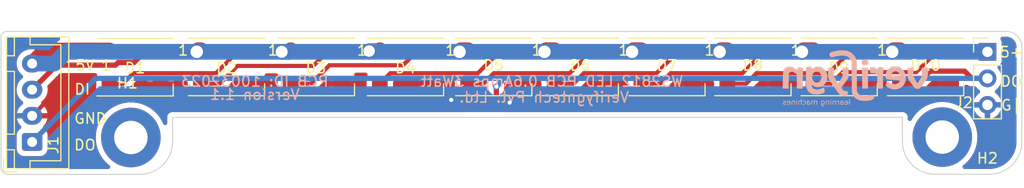
<source format=kicad_pcb>
(kicad_pcb (version 20211014) (generator pcbnew)
  (layers (0 "F.Cu" signal) (31 "B.Cu" signal) (34 "B.Paste" user) (35 "F.Paste" user) (36 "B.SilkS" user "B.Silkscreen") (37 "F.SilkS" user "F.Silkscreen") (38 "B.Mask" user) (39 "F.Mask" user) (44 "Edge.Cuts" user))
  (net 0 "")
  (net 1 "+5V")
  (net 2 "Net-(D1-Pad2)")
  (net 3 "GND")
  (net 4 "DIN")
  (net 5 "Net-(D2-Pad2)")
  (net 6 "Net-(D3-Pad2)")
  (net 7 "Net-(D4-Pad2)")
  (net 8 "Net-(D5-Pad2)")
  (net 9 "Net-(D6-Pad2)")
  (net 10 "Net-(D7-Pad2)")
  (net 11 "Net-(D8-Pad2)")
  (net 12 "Net-(D10-Pad4)")
  (net 13 "DOUT")
  (footprint "LED_SMD:LED_WS2812B_PLCC4_5.0x5.0mm_P3.2mm" (layer "F.Cu") (at 104.95 112.925)
    (fp_text reference "D3" (at -0.048 0.105) (layer "F.SilkS"))
    (fp_text value "WS2812B")
    (fp_text user "1" (at -4.15 -1.6) (layer "F.SilkS"))
    (pad "1" smd rect (at -2.45 -1.6) (size 1.5 1) (layers "F.Cu" "F.Paste" "F.Mask") (net 1 "+5V"))
    (pad "2" smd rect (at -2.45 1.6) (size 1.5 1) (layers "F.Cu" "F.Paste" "F.Mask") (net 6 "Net-(D3-Pad2)"))
    (pad "3" smd rect (at 2.45 1.6) (size 1.5 1) (layers "F.Cu" "F.Paste" "F.Mask") (net 3 "GND"))
    (pad "4" smd rect (at 2.45 -1.6) (size 1.5 1) (layers "F.Cu" "F.Paste" "F.Mask") (net 5 "Net-(D2-Pad2)"))
  )
  (footprint "MountingHole:MountingHole_3.2mm_M3_ISO7380_Pad" (layer "F.Cu") (at 164.846 119.634)
    (fp_text reference "H2" (at 4.318 2.032) (layer "F.SilkS"))
    (fp_text value "MountingHole_Pad")
    (pad "1" thru_hole circle (at 0 0) (size 5.7 5.7) (drill 3.2) (layers *.Cu *.Mask))
  )
  (footprint "LED_SMD:LED_WS2812B_PLCC4_5.0x5.0mm_P3.2mm" (layer "F.Cu") (at 121.925 112.925)
    (fp_text reference "D5" (at -0.005 -0.149) (layer "F.SilkS"))
    (fp_text value "WS2812B")
    (fp_text user "1" (at -4.15 -1.6) (layer "F.SilkS"))
    (pad "1" smd rect (at -2.45 -1.6) (size 1.5 1) (layers "F.Cu" "F.Paste" "F.Mask") (net 1 "+5V"))
    (pad "2" smd rect (at -2.45 1.6) (size 1.5 1) (layers "F.Cu" "F.Paste" "F.Mask") (net 8 "Net-(D5-Pad2)"))
    (pad "3" smd rect (at 2.45 1.6) (size 1.5 1) (layers "F.Cu" "F.Paste" "F.Mask") (net 3 "GND"))
    (pad "4" smd rect (at 2.45 -1.6) (size 1.5 1) (layers "F.Cu" "F.Paste" "F.Mask") (net 7 "Net-(D4-Pad2)"))
  )
  (footprint "LED_SMD:LED_WS2812B_PLCC4_5.0x5.0mm_P3.2mm" (layer "F.Cu") (at 130.2 112.925)
    (fp_text reference "D6" (at 0 -0.149) (layer "F.SilkS"))
    (fp_text value "WS2812B")
    (fp_text user "1" (at -4.15 -1.6) (layer "F.SilkS"))
    (pad "1" smd rect (at -2.45 -1.6) (size 1.5 1) (layers "F.Cu" "F.Paste" "F.Mask") (net 1 "+5V"))
    (pad "2" smd rect (at -2.45 1.6) (size 1.5 1) (layers "F.Cu" "F.Paste" "F.Mask") (net 9 "Net-(D6-Pad2)"))
    (pad "3" smd rect (at 2.45 1.6) (size 1.5 1) (layers "F.Cu" "F.Paste" "F.Mask") (net 3 "GND"))
    (pad "4" smd rect (at 2.45 -1.6) (size 1.5 1) (layers "F.Cu" "F.Paste" "F.Mask") (net 8 "Net-(D5-Pad2)"))
  )
  (footprint "Connector_PinHeader_2.54mm:PinHeader_1x03_P2.54mm_Vertical" (layer "F.Cu") (at 169.175 111.475)
    (fp_text reference "J2" (at -2.260397 4.869725) (layer "F.SilkS"))
    (fp_text value "Conn_01x03_Male")
    (pad "1" thru_hole rect (at 0 0) (size 1.7 1.7) (drill 1) (layers *.Cu *.Mask) (net 1 "+5V"))
    (pad "2" thru_hole oval (at 0 2.54) (size 1.7 1.7) (drill 1) (layers *.Cu *.Mask) (net 13 "DOUT"))
    (pad "3" thru_hole oval (at 0 5.08) (size 1.7 1.7) (drill 1) (layers *.Cu *.Mask) (net 3 "GND"))
  )
  (footprint "LED_SMD:LED_WS2812B_PLCC4_5.0x5.0mm_P3.2mm" (layer "F.Cu") (at 163.25 112.925)
    (fp_text reference "D10" (at 0 -0.149) (layer "F.SilkS"))
    (fp_text value "WS2812B")
    (fp_text user "1" (at -4.15 -1.6) (layer "F.SilkS"))
    (pad "1" smd rect (at -2.45 -1.6) (size 1.5 1) (layers "F.Cu" "F.Paste" "F.Mask") (net 1 "+5V"))
    (pad "2" smd rect (at -2.45 1.6) (size 1.5 1) (layers "F.Cu" "F.Paste" "F.Mask") (net 13 "DOUT"))
    (pad "3" smd rect (at 2.45 1.6) (size 1.5 1) (layers "F.Cu" "F.Paste" "F.Mask") (net 3 "GND"))
    (pad "4" smd rect (at 2.45 -1.6) (size 1.5 1) (layers "F.Cu" "F.Paste" "F.Mask") (net 12 "Net-(D10-Pad4)"))
  )
  (footprint "MountingHole:MountingHole_3.2mm_M3_ISO7380_Pad" (layer "F.Cu") (at 87.2 119.675)
    (fp_text reference "H1" (at -0.325 -5.2) (layer "F.SilkS"))
    (fp_text value "MountingHole_Pad")
    (pad "1" thru_hole circle (at 0 0) (size 5.7 5.7) (drill 3.2) (layers *.Cu *.Mask))
  )
  (footprint "Jumper:SolderJumper-2_P1.3mm_Open_RoundedPad1.0x1.5mm" (layer "F.Cu") (at 121.158 116.332)
    (fp_text reference "JP1")
    (fp_text value "Jumper_2_Open")
    (pad "1" smd custom (at -0.65 0) (size 1 0.5) (layers "F.Cu" "F.Mask") (net 8 "Net-(D5-Pad2)") (options (clearance outline) (anchor rect)) (primitives (gr_circle (center 0 0.25) (end 0.5 0.25) (width 0) (fill yes)) (gr_circle (center 0 -0.25) (end 0.5 -0.25) (width 0) (fill yes)) (gr_poly (pts (xy 0.5 0.75) (xy 0 0.75) (xy 0 -0.75) (xy 0.5 -0.75)) (width 0) (fill yes))))
    (pad "2" smd custom (at 0.65 0) (size 1 0.5) (layers "F.Cu" "F.Mask") (net 13 "DOUT") (options (clearance outline) (anchor rect)) (primitives (gr_circle (center 0 0.25) (end 0.5 0.25) (width 0) (fill yes)) (gr_circle (center 0 -0.25) (end 0.5 -0.25) (width 0) (fill yes)) (gr_poly (pts (xy 0 0.75) (xy -0.5 0.75) (xy -0.5 -0.75) (xy 0 -0.75)) (width 0) (fill yes))))
  )
  (footprint "Connector_JST:JST_XH_B4B-XH-A_1x04_P2.50mm_Vertical" (layer "F.Cu") (at 77.75 120.1 90)
    (fp_text reference "J1" (at -0.296 2.006 90) (layer "F.SilkS"))
    (fp_text value "Conn_01x04_Female")
    (pad "1" thru_hole roundrect (at 0 0 90) (size 1.7 1.95) (drill 0.95) (layers *.Cu *.Mask) (roundrect_rratio 0.1470588235) (net 13 "DOUT"))
    (pad "2" thru_hole oval (at 2.5 0 90) (size 1.7 1.95) (drill 0.95) (layers *.Cu *.Mask) (net 3 "GND"))
    (pad "3" thru_hole oval (at 5 0 90) (size 1.7 1.95) (drill 0.95) (layers *.Cu *.Mask) (net 4 "DIN"))
    (pad "4" thru_hole oval (at 7.5 0 90) (size 1.7 1.95) (drill 0.95) (layers *.Cu *.Mask) (net 1 "+5V"))
  )
  (footprint "LED_SMD:LED_WS2812B_PLCC4_5.0x5.0mm_P3.2mm" (layer "F.Cu") (at 96.35 112.925)
    (fp_text reference "D2" (at 0 0.105) (layer "F.SilkS"))
    (fp_text value "WS2812B")
    (fp_text user "1" (at -4.15 -1.6) (layer "F.SilkS"))
    (pad "1" smd rect (at -2.45 -1.6) (size 1.5 1) (layers "F.Cu" "F.Paste" "F.Mask") (net 1 "+5V"))
    (pad "2" smd rect (at -2.45 1.6) (size 1.5 1) (layers "F.Cu" "F.Paste" "F.Mask") (net 5 "Net-(D2-Pad2)"))
    (pad "3" smd rect (at 2.45 1.6) (size 1.5 1) (layers "F.Cu" "F.Paste" "F.Mask") (net 3 "GND"))
    (pad "4" smd rect (at 2.45 -1.6) (size 1.5 1) (layers "F.Cu" "F.Paste" "F.Mask") (net 2 "Net-(D1-Pad2)"))
  )
  (footprint "LED_SMD:LED_WS2812B_PLCC4_5.0x5.0mm_P3.2mm" (layer "F.Cu") (at 87.6 112.95)
    (fp_text reference "D1" (at 0 0.08) (layer "F.SilkS"))
    (fp_text value "WS2812B")
    (fp_text user "1" (at -2.764 -0.174) (layer "F.SilkS"))
    (pad "1" smd rect (at -2.45 -1.6) (size 1.5 1) (layers "F.Cu" "F.Paste" "F.Mask") (net 1 "+5V"))
    (pad "2" smd rect (at -2.45 1.6) (size 1.5 1) (layers "F.Cu" "F.Paste" "F.Mask") (net 2 "Net-(D1-Pad2)"))
    (pad "3" smd rect (at 2.45 1.6) (size 1.5 1) (layers "F.Cu" "F.Paste" "F.Mask") (net 3 "GND"))
    (pad "4" smd rect (at 2.45 -1.6) (size 1.5 1) (layers "F.Cu" "F.Paste" "F.Mask") (net 4 "DIN"))
  )
  (footprint "LED_SMD:LED_WS2812B_PLCC4_5.0x5.0mm_P3.2mm" (layer "F.Cu") (at 113.475 112.925)
    (fp_text reference "D4" (at 0 0.105) (layer "F.SilkS"))
    (fp_text value "WS2812B")
    (fp_text user "1" (at -4.15 -1.6) (layer "F.SilkS"))
    (pad "1" smd rect (at -2.45 -1.6) (size 1.5 1) (layers "F.Cu" "F.Paste" "F.Mask") (net 1 "+5V"))
    (pad "2" smd rect (at -2.45 1.6) (size 1.5 1) (layers "F.Cu" "F.Paste" "F.Mask") (net 7 "Net-(D4-Pad2)"))
    (pad "3" smd rect (at 2.45 1.6) (size 1.5 1) (layers "F.Cu" "F.Paste" "F.Mask") (net 3 "GND"))
    (pad "4" smd rect (at 2.45 -1.6) (size 1.5 1) (layers "F.Cu" "F.Paste" "F.Mask") (net 6 "Net-(D3-Pad2)"))
  )
  (footprint "LED_SMD:LED_WS2812B_PLCC4_5.0x5.0mm_P3.2mm" (layer "F.Cu") (at 138.5 112.925)
    (fp_text reference "D7" (at 0 -0.149) (layer "F.SilkS"))
    (fp_text value "WS2812B")
    (fp_text user "1" (at -4.15 -1.6) (layer "F.SilkS"))
    (pad "1" smd rect (at -2.45 -1.6) (size 1.5 1) (layers "F.Cu" "F.Paste" "F.Mask") (net 1 "+5V"))
    (pad "2" smd rect (at -2.45 1.6) (size 1.5 1) (layers "F.Cu" "F.Paste" "F.Mask") (net 10 "Net-(D7-Pad2)"))
    (pad "3" smd rect (at 2.45 1.6) (size 1.5 1) (layers "F.Cu" "F.Paste" "F.Mask") (net 3 "GND"))
    (pad "4" smd rect (at 2.45 -1.6) (size 1.5 1) (layers "F.Cu" "F.Paste" "F.Mask") (net 9 "Net-(D6-Pad2)"))
  )
  (footprint "LED_SMD:LED_WS2812B_PLCC4_5.0x5.0mm_P3.2mm" (layer "F.Cu") (at 146.725 112.925)
    (fp_text reference "D8" (at 0 -0.149) (layer "F.SilkS"))
    (fp_text value "WS2812B")
    (fp_text user "1" (at -4.15 -1.6) (layer "F.SilkS"))
    (pad "1" smd rect (at -2.45 -1.6) (size 1.5 1) (layers "F.Cu" "F.Paste" "F.Mask") (net 1 "+5V"))
    (pad "2" smd rect (at -2.45 1.6) (size 1.5 1) (layers "F.Cu" "F.Paste" "F.Mask") (net 11 "Net-(D8-Pad2)"))
    (pad "3" smd rect (at 2.45 1.6) (size 1.5 1) (layers "F.Cu" "F.Paste" "F.Mask") (net 3 "GND"))
    (pad "4" smd rect (at 2.45 -1.6) (size 1.5 1) (layers "F.Cu" "F.Paste" "F.Mask") (net 10 "Net-(D7-Pad2)"))
  )
  (footprint "LED_SMD:LED_WS2812B_PLCC4_5.0x5.0mm_P3.2mm" (layer "F.Cu") (at 154.975 112.925)
    (fp_text reference "D9" (at -0.035 0.105) (layer "F.SilkS"))
    (fp_text value "WS2812B")
    (fp_text user "1" (at -4.15 -1.6) (layer "F.SilkS"))
    (pad "1" smd rect (at -2.45 -1.6) (size 1.5 1) (layers "F.Cu" "F.Paste" "F.Mask") (net 1 "+5V"))
    (pad "2" smd rect (at -2.45 1.6) (size 1.5 1) (layers "F.Cu" "F.Paste" "F.Mask") (net 12 "Net-(D10-Pad4)"))
    (pad "3" smd rect (at 2.45 1.6) (size 1.5 1) (layers "F.Cu" "F.Paste" "F.Mask") (net 3 "GND"))
    (pad "4" smd rect (at 2.45 -1.6) (size 1.5 1) (layers "F.Cu" "F.Paste" "F.Mask") (net 11 "Net-(D8-Pad2)"))
  )
  (footprint "VerifygnTech-Logo:Verifygn-Logo-Tiny" (layer "B.Cu") (at 156.464 113.792 180)
    (fp_text reference "G2" hide)
    (fp_text value "LOGO" hide)
  )
  (gr_arc (start 164.236 123.186) (mid 161.952419 122.279585) (end 161.036 120) (layer "Edge.Cuts") (width 0.1))
  (gr_line (start 74.775 110.036) (end 74.775 122.45) (layer "Edge.Cuts") (width 0.1))
  (gr_line (start 75.5 123.2) (end 88 123.2) (layer "Edge.Cuts") (width 0.1))
  (gr_arc (start 75.5 123.2) (mid 74.970343 122.986585) (end 74.775 122.45) (layer "Edge.Cuts") (width 0.1))
  (gr_arc (start 91.186 120) (mid 90.279587 122.283583) (end 88 123.2) (layer "Edge.Cuts") (width 0.1))
  (gr_line (start 161.036 117.75) (end 161.036 120) (layer "Edge.Cuts") (width 0.1))
  (gr_arc (start 170.85 109.525) (mid 171.977145 109.912847) (end 172.466 111) (layer "Edge.Cuts") (width 0.1))
  (gr_line (start 164.236 123.186) (end 169.274625 123.18938) (layer "Edge.Cuts") (width 0.1))
  (gr_line (start 91.186 117.75) (end 91.186 120) (layer "Edge.Cuts") (width 0.1))
  (gr_line (start 91.186 117.75) (end 161.036 117.75) (layer "Edge.Cuts") (width 0.1))
  (gr_arc (start 74.775 110.036) (mid 74.956407 109.661119) (end 75.35 109.525) (layer "Edge.Cuts") (width 0.1))
  (gr_line (start 75.35 109.525) (end 170.85 109.525) (layer "Edge.Cuts") (width 0.1))
  (gr_arc (start 172.460625 119.98938) (mid 171.55421 122.272961) (end 169.274625 123.18938) (layer "Edge.Cuts") (width 0.1))
  (gr_line (start 172.466 111) (end 172.460625 119.98938) (layer "Edge.Cuts") (width 0.1))
  (gr_text "PCB ID: 10032023" (at 99.06 114.3) (layer "B.SilkS") (effects (font (size 1 1)) (justify mirror)))
  (gr_text "Verifygntech Pvt. Ltd." (at 126.746 115.824) (layer "B.SilkS") (effects (font (size 1 1)) (justify mirror)))
  (gr_text "Version 1.1" (at 99.06 115.57) (layer "B.SilkS") (effects (font (size 1 1)) (justify mirror)))
  (gr_text "WS2812 LED PCB 0.6Amps 3Watt\n" (at 127.508 114.3) (layer "B.SilkS") (effects (font (size 1 1)) (justify mirror)))
  (gr_text "5+" (at 171.45 111.506) (layer "F.SilkS") (effects (font (size 1 1))))
  (gr_text "DI" (at 82.55 115.062) (layer "F.SilkS") (effects (font (size 1 1))))
  (gr_text "G|" (at 171.45 116.586) (layer "F.SilkS") (effects (font (size 1 1))))
  (gr_text "DO" (at 82.804 120.396) (layer "F.SilkS") (effects (font (size 1 1))))
  (gr_text "GND" (at 83.312 117.856) (layer "F.SilkS") (effects (font (size 1 1))))
  (gr_text "DO" (at 171.45 114.3) (layer "F.SilkS") (effects (font (size 1 1))))
  (gr_text "5V" (at 82.804 112.776) (layer "F.SilkS") (effects (font (size 1 1))))
  (segment (start 110.9377 111.4123) (end 110.013 111.4123) (width 1.5) (layer "F.Cu") (net 1))
  (segment (start 144.275 111.325) (end 143.691 111.325) (width 1.5) (layer "F.Cu") (net 1))
  (segment (start 152.525 111.325) (end 151.565 111.325) (width 1.5) (layer "F.Cu") (net 1))
  (segment (start 126.927 111.325) (end 126.777 111.475) (width 1.5) (layer "F.Cu") (net 1))
  (segment (start 136.05 111.325) (end 135.309 111.325) (width 1.5) (layer "F.Cu") (net 1))
  (segment (start 119.475 111.325) (end 118.799 111.325) (width 1.5) (layer "F.Cu") (net 1))
  (segment (start 102.3507 111.4743) (end 101.631 111.4743) (width 1.5) (layer "F.Cu") (net 1))
  (segment (start 135.309 111.325) (end 135.159 111.475) (width 1.5) (layer "F.Cu") (net 1))
  (segment (start 77.75 112.6) (end 79 111.35) (width 1.5) (layer "F.Cu") (net 1))
  (segment (start 151.565 111.325) (end 151.415 111.475) (width 1.5) (layer "F.Cu") (net 1))
  (segment (start 160.8 111.325) (end 160.201 111.325) (width 1.5) (layer "F.Cu") (net 1))
  (segment (start 102.5 111.325) (end 102.3507 111.4743) (width 1.5) (layer "F.Cu") (net 1))
  (segment (start 143.691 111.325) (end 143.541 111.475) (width 1.5) (layer "F.Cu") (net 1))
  (segment (start 127.75 111.325) (end 126.927 111.325) (width 1.5) (layer "F.Cu") (net 1))
  (segment (start 118.799 111.325) (end 118.649 111.475) (width 1.5) (layer "F.Cu") (net 1))
  (segment (start 160.201 111.325) (end 160.051 111.475) (width 1.5) (layer "F.Cu") (net 1))
  (segment (start 93.9 111.325) (end 93.653 111.325) (width 1.5) (layer "F.Cu") (net 1))
  (segment (start 79 111.35) (end 85.15 111.35) (width 1.5) (layer "F.Cu") (net 1))
  (segment (start 111.025 111.325) (end 110.9377 111.4123) (width 1.5) (layer "F.Cu") (net 1))
  (segment (start 93.653 111.325) (end 93.503 111.475) (width 1.5) (layer "F.Cu") (net 1))
  (via (at 126.777 111.475) (size 1.5) (drill 1.2) (layers "F.Cu" "B.Cu") (net 1))
  (via (at 143.541 111.475) (size 1.5) (drill 1.2) (layers "F.Cu" "B.Cu") (net 1))
  (via (at 110 111.4) (size 1.3) (drill 1.1) (layers "F.Cu" "B.Cu") (net 1))
  (via (at 93.503 111.475) (size 1.5) (drill 1.2) (layers "F.Cu" "B.Cu") (net 1))
  (via (at 160.051 111.475) (size 1.5) (drill 1.2) (layers "F.Cu" "B.Cu") (net 1))
  (via (at 101.631 111.475) (size 1.4) (drill 1.15) (layers "F.Cu" "B.Cu") (net 1))
  (via (at 135.159 111.475) (size 1.5) (drill 1.2) (layers "F.Cu" "B.Cu") (net 1))
  (via (at 118.649 111.475) (size 1.5) (drill 1.2) (layers "F.Cu" "B.Cu") (net 1))
  (via (at 151.415 111.475) (size 1.5) (drill 1.2) (layers "F.Cu" "B.Cu") (net 1))
  (segment (start 101.631 111.475) (end 93.503 111.475) (width 1.5) (layer "B.Cu") (net 1))
  (segment (start 169.175 111.475) (end 160.051 111.475) (width 1.5) (layer "B.Cu") (net 1))
  (segment (start 151.415 111.475) (end 143.541 111.475) (width 1.5) (layer "B.Cu") (net 1))
  (segment (start 135.159 111.475) (end 126.777 111.475) (width 1.5) (layer "B.Cu") (net 1))
  (segment (start 81.0003 111.475) (end 79.8753 112.6) (width 1.5) (layer "B.Cu") (net 1))
  (segment (start 77.75 112.6) (end 79.8753 112.6) (width 1.5) (layer "B.Cu") (net 1))
  (segment (start 93.503 111.475) (end 81.0003 111.475) (width 1.5) (layer "B.Cu") (net 1))
  (segment (start 143.541 111.475) (end 135.159 111.475) (width 1.5) (layer "B.Cu") (net 1))
  (segment (start 160.051 111.475) (end 151.415 111.475) (width 1.5) (layer "B.Cu") (net 1))
  (segment (start 110.013 111.475) (end 101.631 111.475) (width 1.5) (layer "B.Cu") (net 1))
  (segment (start 126.777 111.475) (end 118.649 111.475) (width 1.5) (layer "B.Cu") (net 1))
  (segment (start 118.649 111.475) (end 110.013 111.475) (width 1.5) (layer "B.Cu") (net 1))
  (segment (start 87.4257 113.5246) (end 86.4003 114.55) (width 0.4) (layer "F.Cu") (net 2))
  (segment (start 97.5497 111.325) (end 95.3501 113.5246) (width 0.4) (layer "F.Cu") (net 2))
  (segment (start 85.15 114.55) (end 86.4003 114.55) (width 0.4) (layer "F.Cu") (net 2))
  (segment (start 95.3501 113.5246) (end 87.4257 113.5246) (width 0.4) (layer "F.Cu") (net 2))
  (segment (start 98.8 111.325) (end 97.5497 111.325) (width 0.4) (layer "F.Cu") (net 2))
  (segment (start 140.95 114.525) (end 139.6997 114.525) (width 0.4) (layer "F.Cu") (net 3))
  (segment (start 88.7748 115.5503) (end 79.7997 115.5503) (width 0.4) (layer "F.Cu") (net 3))
  (segment (start 157.3311 115.6814) (end 164.4497 115.6814) (width 0.4) (layer "F.Cu") (net 3))
  (segment (start 139.6997 115.5253) (end 139.6997 114.525) (width 0.4) (layer "F.Cu") (net 3))
  (segment (start 123.1247 115.5253) (end 123.1247 114.525) (width 0.4) (layer "F.Cu") (net 3))
  (segment (start 155.1744 115.5253) (end 156.1747 114.525) (width 0.4) (layer "F.Cu") (net 3))
  (segment (start 98.8 114.525) (end 97.5497 114.525) (width 0.4) (layer "F.Cu") (net 3))
  (segment (start 156.1747 114.525) (end 157.3311 115.6814) (width 0.4) (layer "F.Cu") (net 3))
  (segment (start 88.7997 115.5254) (end 88.7748 115.5503) (width 0.4) (layer "F.Cu") (net 3))
  (segment (start 147.9247 115.5253) (end 147.9247 114.525) (width 0.4) (layer "F.Cu") (net 3))
  (segment (start 117.856 116.078) (end 117.856 115.2057) (width 0.4) (layer "F.Cu") (net 3))
  (segment (start 79.7997 115.5503) (end 77.75 117.6) (width 0.4) (layer "F.Cu") (net 3))
  (segment (start 109.6506 115.5253) (end 116.175 115.5253) (width 0.4) (layer "F.Cu") (net 3))
  (segment (start 115.925 114.525) (end 117.1753 114.525) (width 0.4) (layer "F.Cu") (net 3))
  (segment (start 107.6499 115.5254) (end 108.6503 114.525) (width 0.4) (layer "F.Cu") (net 3))
  (segment (start 97.5497 114.525) (end 96.5493 115.5254) (width 0.4) (layer "F.Cu") (net 3))
  (segment (start 96.5493 115.5254) (end 107.6499 115.5254) (width 0.4) (layer "F.Cu") (net 3))
  (segment (start 147.9247 115.5253) (end 155.1744 115.5253) (width 0.4) (layer "F.Cu") (net 3))
  (segment (start 164.4497 114.525) (end 164.4497 115.6814) (width 0.4) (layer "F.Cu") (net 3))
  (segment (start 165.7 114.525) (end 164.4497 114.525) (width 0.4) (layer "F.Cu") (net 3))
  (segment (start 123.1247 116.0127) (end 123.444 116.332) (width 0.4) (layer "F.Cu") (net 3))
  (segment (start 124.375 114.525) (end 123.1247 114.525) (width 0.4) (layer "F.Cu") (net 3))
  (segment (start 108.6503 114.525) (end 109.6506 115.5253) (width 0.4) (layer "F.Cu") (net 3))
  (segment (start 164.4497 115.6814) (end 166.9511 115.6814) (width 0.4) (layer "F.Cu") (net 3))
  (segment (start 123.1247 115.5253) (end 131.3997 115.5253) (width 0.4) (layer "F.Cu") (net 3))
  (segment (start 88.7997 115.5254) (end 96.5493 115.5254) (width 0.4) (layer "F.Cu") (net 3))
  (segment (start 90.05 114.55) (end 88.7997 114.55) (width 0.4) (layer "F.Cu") (net 3))
  (segment (start 139.6997 115.5253) (end 147.9247 115.5253) (width 0.4) (layer "F.Cu") (net 3))
  (segment (start 132.65 114.525) (end 131.3997 114.525) (width 0.4) (layer "F.Cu") (net 3))
  (segment (start 166.9511 115.6814) (end 167.8247 116.555) (width 0.4) (layer "F.Cu") (net 3))
  (segment (start 149.175 114.525) (end 147.9247 114.525) (width 0.4) (layer "F.Cu") (net 3))
  (segment (start 131.3997 115.5253) (end 139.6997 115.5253) (width 0.4) (layer "F.Cu") (net 3))
  (segment (start 88.7997 114.55) (end 88.7997 115.5254) (width 0.4) (layer "F.Cu") (net 3))
  (segment (start 116.175 115.5253) (end 117.1753 114.525) (width 0.4) (layer "F.Cu") (net 3))
  (segment (start 131.3997 115.5253) (end 131.3997 114.525) (width 0.4) (layer "F.Cu") (net 3))
  (segment (start 117.856 115.2057) (end 117.1753 114.525) (width 0.4) (layer "F.Cu") (net 3))
  (segment (start 107.4 114.525) (end 108.6503 114.525) (width 0.4) (layer "F.Cu") (net 3))
  (segment (start 157.425 114.525) (end 156.1747 114.525) (width 0.4) (layer "F.Cu") (net 3))
  (segment (start 169.175 116.555) (end 167.8247 116.555) (width 0.4) (layer "F.Cu") (net 3))
  (segment (start 123.1247 115.5253) (end 123.1247 116.0127) (width 0.4) (layer "F.Cu") (net 3))
  (via (at 117.856 116.078) (size 0.6) (drill 0.4) (layers "F.Cu" "B.Cu") (net 3))
  (via (at 123.444 116.332) (size 0.6) (drill 0.4) (layers "F.Cu" "B.Cu") (net 3))
  (segment (start 123.444 116.332) (end 118.11 116.332) (width 0.4) (layer "B.Cu") (net 3))
  (segment (start 118.11 116.332) (end 117.856 116.078) (width 0.4) (layer "B.Cu") (net 3))
  (segment (start 90.05 111.35) (end 88.6497 111.35) (width 0.5) (layer "F.Cu") (net 4))
  (segment (start 77.75 115.1) (end 80.0997 112.7503) (width 0.5) (layer "F.Cu") (net 4))
  (segment (start 85.7301 112.7503) (end 85.9801 112.5003) (width 0.5) (layer "F.Cu") (net 4))
  (segment (start 87.4994 112.5003) (end 88.6497 111.35) (width 0.5) (layer "F.Cu") (net 4))
  (segment (start 85.9801 112.5003) (end 87.4994 112.5003) (width 0.5) (layer "F.Cu") (net 4))
  (segment (start 80.0997 112.7503) (end 85.7301 112.7503) (width 0.5) (layer "F.Cu") (net 4))
  (segment (start 97.3977 112.8243) (end 95.697 114.525) (width 0.4) (layer "F.Cu") (net 5))
  (segment (start 106.1497 111.325) (end 104.6504 112.8243) (width 0.4) (layer "F.Cu") (net 5))
  (segment (start 95.697 114.525) (end 93.9 114.525) (width 0.4) (layer "F.Cu") (net 5))
  (segment (start 104.6504 112.8243) (end 97.3977 112.8243) (width 0.4) (layer "F.Cu") (net 5))
  (segment (start 107.4 111.325) (end 106.1497 111.325) (width 0.4) (layer "F.Cu") (net 5))
  (segment (start 102.5 114.525) (end 104.4394 114.525) (width 0.4) (layer "F.Cu") (net 6))
  (segment (start 115.925 111.325) (end 114.6747 111.325) (width 0.4) (layer "F.Cu") (net 6))
  (segment (start 104.4394 114.525) (end 106.2021 112.7623) (width 0.4) (layer "F.Cu") (net 6))
  (segment (start 106.2021 112.7623) (end 113.2374 112.7623) (width 0.4) (layer "F.Cu") (net 6))
  (segment (start 113.2374 112.7623) (end 114.6747 111.325) (width 0.4) (layer "F.Cu") (net 6))
  (segment (start 112.0253 113.5247) (end 120.4093 113.5247) (width 0.4) (layer "F.Cu") (net 7))
  (segment (start 111.025 114.525) (end 112.0253 113.5247) (width 0.4) (layer "F.Cu") (net 7))
  (segment (start 122.609 111.325) (end 124.375 111.325) (width 0.4) (layer "F.Cu") (net 7))
  (segment (start 120.4093 113.5247) (end 122.609 111.325) (width 0.4) (layer "F.Cu") (net 7))
  (segment (start 120.933 114.525) (end 121.9334 113.5246) (width 0.4) (layer "F.Cu") (net 8))
  (segment (start 119.475 114.525) (end 119.475 115.299) (width 0.4) (layer "F.Cu") (net 8))
  (segment (start 131.3997 111.325) (end 132.65 111.325) (width 0.4) (layer "F.Cu") (net 8))
  (segment (start 129.2001 113.5246) (end 131.3997 111.325) (width 0.4) (layer "F.Cu") (net 8))
  (segment (start 121.9334 113.5246) (end 129.2001 113.5246) (width 0.4) (layer "F.Cu") (net 8))
  (segment (start 119.475 114.525) (end 120.933 114.525) (width 0.4) (layer "F.Cu") (net 8))
  (segment (start 119.475 115.299) (end 120.508 116.332) (width 0.4) (layer "F.Cu") (net 8))
  (segment (start 130.5474 113.5246) (end 137.5001 113.5246) (width 0.4) (layer "F.Cu") (net 9))
  (segment (start 127.75 114.525) (end 129.547 114.525) (width 0.4) (layer "F.Cu") (net 9))
  (segment (start 137.5001 113.5246) (end 139.6997 111.325) (width 0.4) (layer "F.Cu") (net 9))
  (segment (start 129.547 114.525) (end 130.5474 113.5246) (width 0.4) (layer "F.Cu") (net 9))
  (segment (start 140.95 111.325) (end 139.6997 111.325) (width 0.4) (layer "F.Cu") (net 9))
  (segment (start 138.8474 113.5246) (end 145.7251 113.5246) (width 0.4) (layer "F.Cu") (net 10))
  (segment (start 137.847 114.525) (end 138.8474 113.5246) (width 0.4) (layer "F.Cu") (net 10))
  (segment (start 145.7251 113.5246) (end 147.9247 111.325) (width 0.4) (layer "F.Cu") (net 10))
  (segment (start 136.05 114.525) (end 137.847 114.525) (width 0.4) (layer "F.Cu") (net 10))
  (segment (start 149.175 111.325) (end 147.9247 111.325) (width 0.4) (layer "F.Cu") (net 10))
  (segment (start 153.9751 113.5246) (end 156.1747 111.325) (width 0.4) (layer "F.Cu") (net 11))
  (segment (start 157.425 111.325) (end 156.1747 111.325) (width 0.4) (layer "F.Cu") (net 11))
  (segment (start 147.0724 113.5246) (end 153.9751 113.5246) (width 0.4) (layer "F.Cu") (net 11))
  (segment (start 144.275 114.525) (end 146.072 114.525) (width 0.4) (layer "F.Cu") (net 11))
  (segment (start 146.072 114.525) (end 147.0724 113.5246) (width 0.4) (layer "F.Cu") (net 11))
  (segment (start 154.222 114.525) (end 152.525 114.525) (width 0.4) (layer "F.Cu") (net 12))
  (segment (start 162.3501 113.4246) (end 155.3224 113.4246) (width 0.4) (layer "F.Cu") (net 12))
  (segment (start 155.3224 113.4246) (end 154.222 114.525) (width 0.4) (layer "F.Cu") (net 12))
  (segment (start 164.4497 111.325) (end 162.3501 113.4246) (width 0.4) (layer "F.Cu") (net 12))
  (segment (start 165.7 111.325) (end 164.4497 111.325) (width 0.4) (layer "F.Cu") (net 12))
  (segment (start 166.9855 113.3258) (end 167.6747 114.015) (width 0.5) (layer "F.Cu") (net 13))
  (segment (start 121.808 116.332) (end 122.174 115.966) (width 0.5) (layer "F.Cu") (net 13))
  (segment (start 160.8 114.525) (end 162.4823 114.525) (width 0.5) (layer "F.Cu") (net 13))
  (segment (start 169.175 114.015) (end 167.6747 114.015) (width 0.5) (layer "F.Cu") (net 13))
  (segment (start 162.4823 114.525) (end 163.6815 113.3258) (width 0.5) (layer "F.Cu") (net 13))
  (segment (start 122.174 115.966) (end 122.174 114.825082) (width 0.5) (layer "F.Cu") (net 13))
  (segment (start 163.6815 113.3258) (end 166.9855 113.3258) (width 0.5) (layer "F.Cu") (net 13))
  (segment (start 122.174 114.825082) (end 122.182541 114.816541) (width 0.5) (layer "F.Cu") (net 13))
  (via (at 122.174 114.808) (size 0.6) (drill 0.4) (layers "F.Cu" "B.Cu") (net 13))
  (segment (start 77.75 120.1) (end 83.835 114.015) (width 0.5) (layer "B.Cu") (net 13))
  (segment (start 122.651 114.015) (end 122.651 114.331) (width 0.5) (layer "B.Cu") (net 13))
  (segment (start 122.651 114.331) (end 122.174 114.808) (width 0.5) (layer "B.Cu") (net 13))
  (segment (start 122.651 114.015) (end 169.175 114.015) (width 0.5) (layer "B.Cu") (net 13))
  (segment (start 83.835 114.015) (end 122.651 114.015) (width 0.5) (layer "B.Cu") (net 13))
  (zone (net 3) (net_name "GND") (layers F&B.Cu) (name "gnd") (connect_pads (clearance 0.508)) (min_thickness 0.4) (fill yes (thermal_gap 0.508) (thermal_bridge_width 0.508))
    (polygon (pts (xy 172.466 123.698) (xy 91.186 123.19) (xy 91.186 123.19) (xy 74.676 123.19) (xy 74.676 109.474) (xy 172.466 109.474)))
  )
)
</source>
